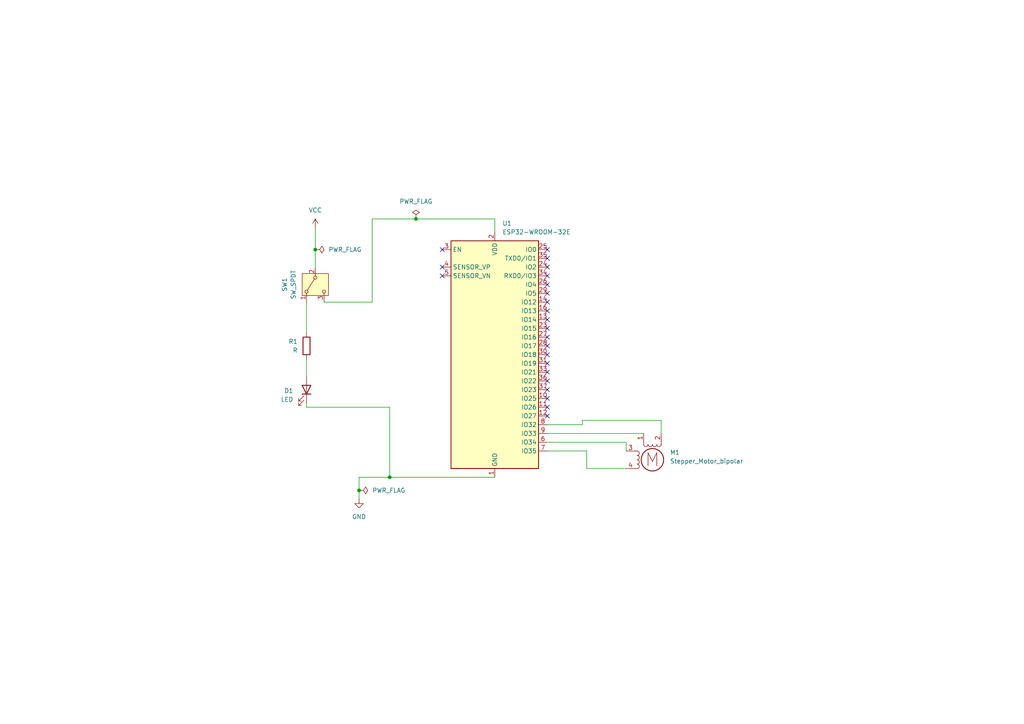
<source format=kicad_sch>
(kicad_sch (version 20231120) (generator "eeschema") (generator_version "8.0")
  (paper "A4")
  (title_block (title "HWSW_lab_pcb") (date "2025-01-28") (rev "v1.0") (company "Cherry Mathew Roy"))
  (lib_symbols
    (symbol "Device:LED" (pin_numbers hide) (pin_names (offset 1.016) hide)
      (property "Reference" "D" (at 0 2.54 0))
      (property "Value" "LED" (at 0 -2.54 0))
      (symbol "LED_0_1"
        (polyline (pts (xy -1.27 -1.27) (xy -1.27 1.27)) (stroke (width 0.254)))
        (polyline (pts (xy -1.27 0) (xy 1.27 0)))
        (polyline (pts (xy 1.27 -1.27) (xy 1.27 1.27) (xy -1.27 0) (xy 1.27 -1.27)) (stroke (width 0.254)))
        (polyline (pts (xy -3.048 -0.762) (xy -4.572 -2.286) (xy -3.81 -2.286) (xy -4.572 -2.286) (xy -4.572 -1.524)))
        (polyline (pts (xy -1.778 -0.762) (xy -3.302 -2.286) (xy -2.54 -2.286) (xy -3.302 -2.286) (xy -3.302 -1.524)))
      )
      (symbol "LED_1_1"
        (pin passive line (at -3.81 0 0) (length 2.54) (name "K") (number "1"))
        (pin passive line (at 3.81 0 180) (length 2.54) (name "A") (number "2"))
      )
    )
    (symbol "Device:R" (pin_numbers hide) (pin_names (offset 0))
      (property "Reference" "R" (at 2.032 0 90))
      (property "Value" "R" (at 0 0 90))
      (symbol "R_0_1"
        (rectangle (start -1.016 -2.54) (end 1.016 2.54) (stroke (width 0.254)))
      )
      (symbol "R_1_1"
        (pin passive line (at 0 3.81 270) (length 1.27) (name "~") (number "1"))
        (pin passive line (at 0 -3.81 90) (length 1.27) (name "~") (number "2"))
      )
    )
    (symbol "Motor:Stepper_Motor_bipolar" (pin_names (offset 0) hide)
      (property "Reference" "M" (at 3.81 2.54 0))
      (property "Value" "Stepper_Motor_bipolar" (at 3.81 1.27 0))
      (symbol "Stepper_Motor_bipolar_0_0"
        (polyline (pts (xy -1.27 -1.778) (xy -1.27 2.032) (xy 0 -0.508) (xy 1.27 2.032) (xy 1.27 -1.778)))
      )
      (symbol "Stepper_Motor_bipolar_0_1"
        (arc (start -4.445 -2.54) (mid -3.8127 -1.905) (end -4.445 -1.27))
        (arc (start -4.445 -1.27) (mid -3.8127 -0.635) (end -4.445 0))
        (arc (start -4.445 0) (mid -3.8127 0.635) (end -4.445 1.27))
        (arc (start -4.445 1.27) (mid -3.8127 1.905) (end -4.445 2.54))
        (arc (start -2.54 4.445) (mid -1.905 3.8127) (end -1.27 4.445))
        (arc (start -1.27 4.445) (mid -0.635 3.8127) (end 0 4.445))
        (polyline (pts (xy -5.08 -2.54) (xy -4.445 -2.54)))
        (polyline (pts (xy -5.08 2.54) (xy -4.445 2.54)))
        (polyline (pts (xy -2.54 5.08) (xy -2.54 4.445)))
        (polyline (pts (xy 2.54 5.08) (xy 2.54 4.445)))
        (circle (center 0 0) (radius 3.2512) (stroke (width 0.254)))
        (arc (start 0 4.445) (mid 0.635 3.8127) (end 1.27 4.445))
        (arc (start 1.27 4.445) (mid 1.905 3.8127) (end 2.54 4.445))
      )
      (symbol "Stepper_Motor_bipolar_1_1"
        (pin passive line (at -2.54 7.62 270) (length 2.54) (name "~") (number "1"))
        (pin passive line (at 2.54 7.62 270) (length 2.54) (name "-") (number "2"))
        (pin passive line (at -7.62 2.54 0) (length 2.54) (name "~") (number "3"))
        (pin passive line (at -7.62 -2.54 0) (length 2.54) (name "~") (number "4"))
      )
    )
    (symbol "RF_Module:ESP32-WROOM-32E"
      (property "Reference" "U" (at -12.7 34.29 0))
      (property "Value" "ESP32-WROOM-32E" (at 1.27 34.29 0))
      (symbol "ESP32-WROOM-32E_0_1"
        (rectangle (start -12.7 33.02) (end 12.7 -33.02) (stroke (width 0.254)) (fill (type background)))
      )
      (symbol "ESP32-WROOM-32E_1_1"
        (pin power_in line (at 0 -35.56 90) (length 2.54) (name "GND") (number "1"))
        (pin bidirectional line (at 15.24 -12.7 180) (length 2.54) (name "IO25") (number "10"))
        (pin bidirectional line (at 15.24 -15.24 180) (length 2.54) (name "IO26") (number "11"))
        (pin bidirectional line (at 15.24 -17.78 180) (length 2.54) (name "IO27") (number "12"))
        (pin bidirectional line (at 15.24 10.16 180) (length 2.54) (name "IO14") (number "13"))
        (pin bidirectional line (at 15.24 15.24 180) (length 2.54) (name "IO12") (number "14"))
        (pin passive line (at 0 -35.56 90) (length 2.54) hide (name "GND") (number "15"))
        (pin bidirectional line (at 15.24 12.7 180) (length 2.54) (name "IO13") (number "16"))
        (pin no_connect line (at -12.7 -5.08 0) (length 2.54) hide (name "NC") (number "17"))
        (pin no_connect line (at -12.7 -7.62 0) (length 2.54) hide (name "NC") (number "18"))
        (pin no_connect line (at -12.7 -12.7 0) (length 2.54) hide (name "NC") (number "19"))
        (pin power_in line (at 0 35.56 270) (length 2.54) (name "VDD") (number "2"))
        (pin no_connect line (at -12.7 -10.16 0) (length 2.54) hide (name "NC") (number "20"))
        (pin no_connect line (at -12.7 0 0) (length 2.54) hide (name "NC") (number "21"))
        (pin no_connect line (at -12.7 -2.54 0) (length 2.54) hide (name "NC") (number "22"))
        (pin bidirectional line (at 15.24 7.62 180) (length 2.54) (name "IO15") (number "23"))
        (pin bidirectional line (at 15.24 25.4 180) (length 2.54) (name "IO2") (number "24"))
        (pin bidirectional line (at 15.24 30.48 180) (length 2.54) (name "IO0") (number "25"))
        (pin bidirectional line (at 15.24 20.32 180) (length 2.54) (name "IO4") (number "26"))
        (pin bidirectional line (at 15.24 5.08 180) (length 2.54) (name "IO16") (number "27"))
        (pin bidirectional line (at 15.24 2.54 180) (length 2.54) (name "IO17") (number "28"))
        (pin bidirectional line (at 15.24 17.78 180) (length 2.54) (name "IO5") (number "29"))
        (pin input line (at -15.24 30.48 0) (length 2.54) (name "EN") (number "3"))
        (pin bidirectional line (at 15.24 0 180) (length 2.54) (name "IO18") (number "30"))
        (pin bidirectional line (at 15.24 -2.54 180) (length 2.54) (name "IO19") (number "31"))
        (pin no_connect line (at -12.7 -27.94 0) (length 2.54) hide (name "NC") (number "32"))
        (pin bidirectional line (at 15.24 -5.08 180) (length 2.54) (name "IO21") (number "33"))
        (pin bidirectional line (at 15.24 22.86 180) (length 2.54) (name "RXD0/IO3") (number "34"))
        (pin bidirectional line (at 15.24 27.94 180) (length 2.54) (name "TXD0/IO1") (number "35"))
        (pin bidirectional line (at 15.24 -7.62 180) (length 2.54) (name "IO22") (number "36"))
        (pin bidirectional line (at 15.24 -10.16 180) (length 2.54) (name "IO23") (number "37"))
        (pin passive line (at 0 -35.56 90) (length 2.54) hide (name "GND") (number "38"))
        (pin passive line (at 0 -35.56 90) (length 2.54) hide (name "GND") (number "39"))
        (pin input line (at -15.24 25.4 0) (length 2.54) (name "SENSOR_VP") (number "4"))
        (pin input line (at -15.24 22.86 0) (length 2.54) (name "SENSOR_VN") (number "5"))
        (pin input line (at 15.24 -25.4 180) (length 2.54) (name "IO34") (number "6"))
        (pin input line (at 15.24 -27.94 180) (length 2.54) (name "IO35") (number "7"))
        (pin bidirectional line (at 15.24 -20.32 180) (length 2.54) (name "IO32") (number "8"))
        (pin bidirectional line (at 15.24 -22.86 180) (length 2.54) (name "IO33") (number "9"))
      )
    )
    (symbol "Switch:SW_SPDT" (pin_names (offset 0) hide)
      (property "Reference" "SW" (at 0 5.08 0))
      (property "Value" "SW_SPDT" (at 0 -5.08 0))
      (symbol "SW_SPDT_0_1"
        (circle (center -2.032 0) (radius 0.4572))
        (polyline (pts (xy -1.651 0.254) (xy 1.651 2.286)))
        (circle (center 2.032 -2.54) (radius 0.4572))
        (circle (center 2.032 2.54) (radius 0.4572))
      )
      (symbol "SW_SPDT_1_1"
        (rectangle (start -3.175 3.81) (end 3.175 -3.81) (fill (type background)))
        (pin passive line (at 5.08 2.54 180) (length 2.54) (name "A") (number "1"))
        (pin passive line (at -5.08 0 0) (length 2.54) (name "B") (number "2"))
        (pin passive line (at 5.08 -2.54 180) (length 2.54) (name "C") (number "3"))
      )
    )
    (symbol "power:GND" (power) (pin_numbers hide) (pin_names (offset 0) hide)
      (property "Value" "GND" (at 0 -3.81 0))
      (symbol "GND_0_1"
        (polyline (pts (xy 0 0) (xy 0 -1.27) (xy 1.27 -1.27) (xy 0 -2.54) (xy -1.27 -1.27) (xy 0 -1.27)))
      )
      (symbol "GND_1_1"
        (pin power_in line (at 0 0 270) (length 0) (name "~") (number "1"))
      )
    )
    (symbol "power:PWR_FLAG" (power) (pin_numbers hide) (pin_names (offset 0) hide)
      (property "Value" "PWR_FLAG" (at 0 3.81 0))
      (symbol "PWR_FLAG_0_0"
        (pin power_out line (at 0 0 90) (length 0) (name "~") (number "1"))
      )
      (symbol "PWR_FLAG_0_1"
        (polyline (pts (xy 0 0) (xy 0 1.27) (xy -1.016 1.905) (xy 0 2.54) (xy 1.016 1.905) (xy 0 1.27)))
      )
    )
    (symbol "power:VCC" (power) (pin_numbers hide) (pin_names (offset 0) hide)
      (property "Value" "VCC" (at 0 3.556 0))
      (symbol "VCC_0_1"
        (polyline (pts (xy -0.762 1.27) (xy 0 2.54)))
        (polyline (pts (xy 0 0) (xy 0 2.54)))
        (polyline (pts (xy 0 2.54) (xy 0.762 1.27)))
      )
      (symbol "VCC_1_1"
        (pin power_in line (at 0 0 90) (length 0) (name "~") (number "1"))
      )
    )
  )
  (junction (at 91.44 72.39))
  (junction (at 104.14 142.24))
  (junction (at 120.65 63.5))
  (junction (at 113.03 138.43))
  (no_connect (at 158.75 95.25))
  (no_connect (at 158.75 82.55))
  (no_connect (at 158.75 107.95))
  (no_connect (at 158.75 85.09))
  (no_connect (at 158.75 110.49))
  (no_connect (at 158.75 118.11))
  (no_connect (at 158.75 72.39))
  (no_connect (at 158.75 120.65))
  (no_connect (at 158.75 105.41))
  (no_connect (at 158.75 100.33))
  (no_connect (at 158.75 90.17))
  (no_connect (at 158.75 74.93))
  (no_connect (at 158.75 102.87))
  (no_connect (at 158.75 97.79))
  (no_connect (at 158.75 92.71))
  (no_connect (at 158.75 77.47))
  (no_connect (at 128.27 72.39))
  (no_connect (at 158.75 115.57))
  (no_connect (at 158.75 87.63))
  (no_connect (at 158.75 113.03))
  (no_connect (at 128.27 77.47))
  (no_connect (at 158.75 80.01))
  (no_connect (at 128.27 80.01))
  (wire (pts (xy 120.65 63.5) (xy 143.51 63.5)))
  (wire (pts (xy 191.77 121.92) (xy 168.91 121.92)))
  (wire (pts (xy 91.44 72.39) (xy 91.44 77.47)))
  (wire (pts (xy 104.14 138.43) (xy 104.14 142.24)))
  (wire (pts (xy 168.91 123.19) (xy 158.75 123.19)))
  (wire (pts (xy 107.95 63.5) (xy 107.95 87.63)))
  (wire (pts (xy 113.03 118.11) (xy 88.9 118.11)))
  (wire (pts (xy 191.77 125.73) (xy 191.77 121.92)))
  (wire (pts (xy 113.03 138.43) (xy 104.14 138.43)))
  (wire (pts (xy 168.91 121.92) (xy 168.91 123.19)))
  (wire (pts (xy 91.44 66.04) (xy 91.44 72.39)))
  (wire (pts (xy 158.75 125.73) (xy 186.69 125.73)))
  (wire (pts (xy 88.9 104.14) (xy 88.9 109.22)))
  (wire (pts (xy 88.9 116.84) (xy 88.9 118.11)))
  (wire (pts (xy 158.75 128.27) (xy 181.61 128.27)))
  (wire (pts (xy 181.61 135.89) (xy 170.18 135.89)))
  (wire (pts (xy 104.14 142.24) (xy 104.14 144.78)))
  (wire (pts (xy 181.61 130.81) (xy 181.61 128.27)))
  (wire (pts (xy 113.03 118.11) (xy 113.03 138.43)))
  (wire (pts (xy 93.98 87.63) (xy 107.95 87.63)))
  (wire (pts (xy 107.95 63.5) (xy 120.65 63.5)))
  (wire (pts (xy 170.18 135.89) (xy 170.18 130.81)))
  (wire (pts (xy 170.18 130.81) (xy 158.75 130.81)))
  (wire (pts (xy 88.9 87.63) (xy 88.9 96.52)))
  (wire (pts (xy 143.51 138.43) (xy 113.03 138.43)))
  (wire (pts (xy 143.51 63.5) (xy 143.51 67.31)))
  (symbol (lib_id "RF_Module:ESP32-WROOM-32E") (at 143.51 102.87 0) (unit 1)
    (property "Reference" "U1" (at 145.7041 64.77 0) (effects (justify left)))
    (property "Value" "ESP32-WROOM-32E" (at 145.7041 67.31 0) (effects (justify left)))
    (property "Footprint" "RF_Module:ESP32-WROOM-32D" (effects (hide yes)))
    (property "Datasheet" "https://www.espressif.com/sites/default/files/documentation/esp32-wroom-32e_esp32-wroom-32ue_datasheet_en.pdf" (effects (hide yes)))
    (property "Description" "RF Module, ESP32-D0WD-V3 SoC, without PSRAM, Wi-Fi 802.11b/g/n, Bluetooth, BLE, 32-bit, 2.7-3.6V, onboard antenna, SMD" (effects (hide yes)))
  )
  (symbol (lib_id "power:VCC") (at 91.44 66.04 0) (unit 1)
    (property "Reference" "#PWR01" (effects (hide yes)))
    (property "Value" "VCC" (at 91.44 60.96 0))
    (property "Description" "Power symbol creates a global label with name \"VCC\"" (effects (hide yes)))
  )
  (symbol (lib_id "Device:LED") (at 88.9 113.03 270) (mirror x) (unit 1)
    (property "Reference" "D1" (at 85.09 113.3474 90) (effects (justify right)))
    (property "Value" "LED" (at 85.09 115.8874 90) (effects (justify right)))
    (property "Footprint" "LED_SMD:LED_0805_2012Metric_Pad1.15x1.40mm_HandSolder" (effects (hide yes)))
    (property "Description" "Light emitting diode" (effects (hide yes)))
  )
  (symbol (lib_id "Motor:Stepper_Motor_bipolar") (at 189.23 133.35 0) (unit 1)
    (property "Reference" "M1" (at 194.31 131.229 0) (effects (justify left)))
    (property "Value" "Stepper_Motor_bipolar" (at 194.31 133.769 0) (effects (justify left)))
    (property "Footprint" "Motors:Vybronics_VZ30C1T8219732L" (effects (hide yes)))
    (property "Datasheet" "http://www.infineon.com/dgdl/Application-Note-TLE8110EE_driving_UniPolarStepperMotor_V1.1.pdf?fileId=db3a30431be39b97011be5d0aa0a00b0" (effects (hide yes)))
    (property "Description" "4-wire bipolar stepper motor" (effects (hide yes)))
  )
  (symbol (lib_id "power:PWR_FLAG") (at 104.14 142.24 270) (unit 1)
    (property "Reference" "#FLG02" (effects (hide yes)))
    (property "Value" "PWR_FLAG" (at 107.95 142.2399 90) (effects (justify left)))
    (property "Description" "Special symbol for telling ERC where power comes from" (effects (hide yes)))
  )
  (symbol (lib_id "Switch:SW_SPDT") (at 91.44 82.55 90) (mirror x) (unit 1)
    (property "Reference" "SW1" (at 82.55 82.55 0))
    (property "Value" "SW_SPDT" (at 85.09 82.55 0))
    (property "Description" "Switch, single pole double throw" (effects (hide yes)))
  )
  (symbol (lib_id "power:GND") (at 104.14 144.78 0) (mirror y) (unit 1)
    (property "Reference" "#PWR02" (effects (hide yes)))
    (property "Value" "GND" (at 104.14 149.86 0))
    (property "Description" "Power symbol creates a global label with name \"GND\" , ground" (effects (hide yes)))
  )
  (symbol (lib_id "power:PWR_FLAG") (at 120.65 63.5 0) (unit 1)
    (property "Reference" "#FLG01" (effects (hide yes)))
    (property "Value" "PWR_FLAG" (at 120.65 58.42 0))
    (property "Description" "Special symbol for telling ERC where power comes from" (effects (hide yes)))
  )
  (symbol (lib_id "Device:R") (at 88.9 100.33 0) (mirror y) (unit 1)
    (property "Reference" "R1" (at 86.36 99.0599 0) (effects (justify left)))
    (property "Value" "R" (at 86.36 101.5999 0) (effects (justify left)))
    (property "Footprint" "Resistor_SMD:R_0805_2012Metric_Pad1.20x1.40mm_HandSolder" (effects (hide yes)))
    (property "Description" "Resistor" (effects (hide yes)))
  )
  (symbol (lib_id "power:PWR_FLAG") (at 91.44 72.39 270) (unit 1)
    (property "Reference" "#FLG03" (effects (hide yes)))
    (property "Value" "PWR_FLAG" (at 95.25 72.3899 90) (effects (justify left)))
    (property "Description" "Special symbol for telling ERC where power comes from" (effects (hide yes)))
  )
)
</source>
